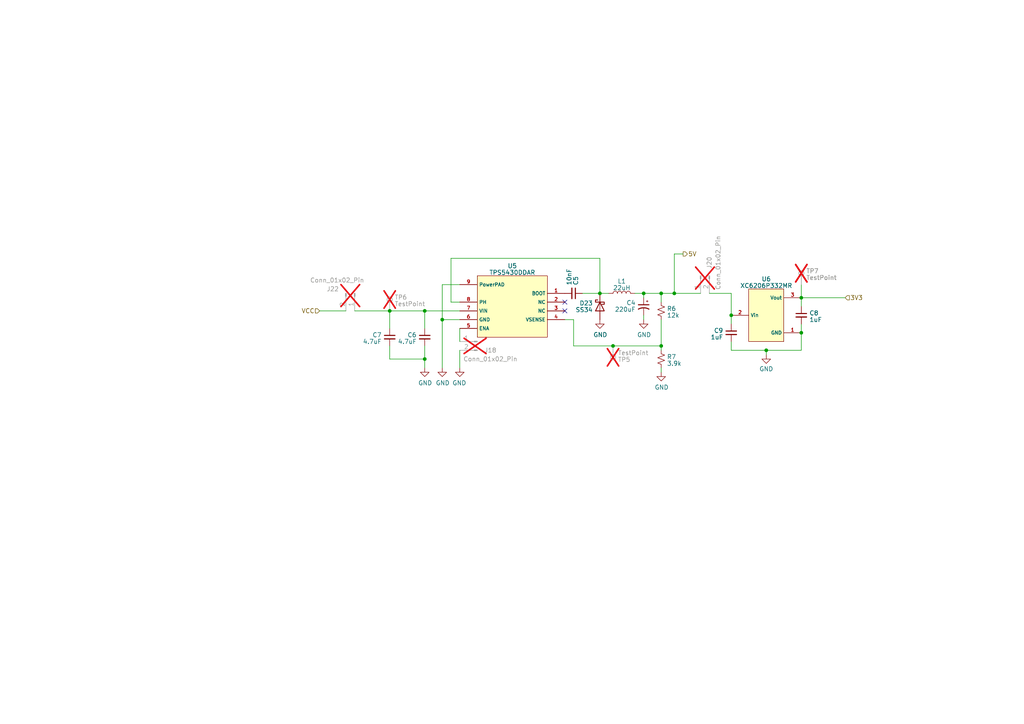
<source format=kicad_sch>
(kicad_sch (version 20230121) (generator eeschema)
  (paper "A4")
  (lib_symbols
    (symbol "Connector:Conn_01x02_Pin" (pin_names (offset 1.016) hide)
      (property "Reference" "J" (at 0 2.54 0))
      (property "Value" "Conn_01x02_Pin" (at 0 -5.08 0))
      (symbol "Conn_01x02_Pin_1_1"
        (polyline (pts (xy 1.27 -2.54) (xy 0.8636 -2.54)) (stroke (width 0.1524)))
        (polyline (pts (xy 1.27 0) (xy 0.8636 0)) (stroke (width 0.1524)))
        (rectangle (start 0.8636 -2.413) (end 0 -2.667) (stroke (width 0.1524)) (fill (type outline)))
        (rectangle (start 0.8636 0.127) (end 0 -0.127) (stroke (width 0.1524)) (fill (type outline)))
        (pin passive line (at 5.08 0 180) (length 3.81) (name "Pin_1") (number "1"))
        (pin passive line (at 5.08 -2.54 180) (length 3.81) (name "Pin_2") (number "2"))
      )
    )
    (symbol "Connector:TestPoint" (pin_numbers hide) (pin_names (offset 0.762) hide)
      (property "Reference" "TP" (at 0 6.858 0))
      (property "Value" "TestPoint" (at 0 5.08 0))
      (symbol "TestPoint_0_1"
        (circle (center 0 3.302) (radius 0.762))
      )
      (symbol "TestPoint_1_1"
        (pin passive line (at 0 0 90) (length 2.54) (name "1") (number "1"))
      )
    )
    (symbol "Device:C_Polarized_Small_US" (pin_numbers hide) (pin_names (offset 0.254) hide)
      (property "Reference" "C" (at 0.254 1.778 0))
      (property "Value" "C_Polarized_Small_US" (at 0.254 -2.032 0))
      (symbol "C_Polarized_Small_US_0_1"
        (polyline (pts (xy -1.524 0.508) (xy 1.524 0.508)) (stroke (width 0.3048)))
        (polyline (pts (xy -1.27 1.524) (xy -0.762 1.524)))
        (polyline (pts (xy -1.016 1.27) (xy -1.016 1.778)))
        (arc (start 1.524 -0.762) (mid 0 -0.3734) (end -1.524 -0.762) (stroke (width 0.3048)))
      )
      (symbol "C_Polarized_Small_US_1_1"
        (pin passive line (at 0 2.54 270) (length 2.032) (name "~") (number "1"))
        (pin passive line (at 0 -2.54 90) (length 2.032) (name "~") (number "2"))
      )
    )
    (symbol "Device:C_Small" (pin_numbers hide) (pin_names (offset 0.254) hide)
      (property "Reference" "C" (at 0.254 1.778 0))
      (property "Value" "C_Small" (at 0.254 -2.032 0))
      (symbol "C_Small_0_1"
        (polyline (pts (xy -1.524 -0.508) (xy 1.524 -0.508)) (stroke (width 0.3302)))
        (polyline (pts (xy -1.524 0.508) (xy 1.524 0.508)) (stroke (width 0.3048)))
      )
      (symbol "C_Small_1_1"
        (pin passive line (at 0 2.54 270) (length 2.032) (name "~") (number "1"))
        (pin passive line (at 0 -2.54 90) (length 2.032) (name "~") (number "2"))
      )
    )
    (symbol "Device:D_Schottky" (pin_numbers hide) (pin_names (offset 1.016) hide)
      (property "Reference" "D" (at 0 2.54 0))
      (property "Value" "D_Schottky" (at 0 -2.54 0))
      (symbol "D_Schottky_0_1"
        (polyline (pts (xy 1.27 0) (xy -1.27 0)))
        (polyline (pts (xy 1.27 1.27) (xy 1.27 -1.27) (xy -1.27 0) (xy 1.27 1.27)) (stroke (width 0.254)))
        (polyline (pts (xy -1.905 0.635) (xy -1.905 1.27) (xy -1.27 1.27) (xy -1.27 -1.27) (xy -0.635 -1.27) (xy -0.635 -0.635)) (stroke (width 0.254)))
      )
      (symbol "D_Schottky_1_1"
        (pin passive line (at -3.81 0 0) (length 2.54) (name "K") (number "1"))
        (pin passive line (at 3.81 0 180) (length 2.54) (name "A") (number "2"))
      )
    )
    (symbol "Device:L" (pin_numbers hide) (pin_names (offset 1.016) hide)
      (property "Reference" "L" (at -1.27 0 90))
      (property "Value" "L" (at 1.905 0 90))
      (symbol "L_0_1"
        (arc (start 0 -2.54) (mid 0.6323 -1.905) (end 0 -1.27))
        (arc (start 0 -1.27) (mid 0.6323 -0.635) (end 0 0))
        (arc (start 0 0) (mid 0.6323 0.635) (end 0 1.27))
        (arc (start 0 1.27) (mid 0.6323 1.905) (end 0 2.54))
      )
      (symbol "L_1_1"
        (pin passive line (at 0 3.81 270) (length 1.27) (name "1") (number "1"))
        (pin passive line (at 0 -3.81 90) (length 1.27) (name "2") (number "2"))
      )
    )
    (symbol "Device:R_Small_US" (pin_numbers hide) (pin_names (offset 0.254) hide)
      (property "Reference" "R" (at 0.762 0.508 0))
      (property "Value" "R_Small_US" (at 0.762 -1.016 0))
      (symbol "R_Small_US_1_1"
        (polyline (pts (xy 0 0) (xy 1.016 -0.381) (xy 0 -0.762) (xy -1.016 -1.143) (xy 0 -1.524)))
        (polyline (pts (xy 0 1.524) (xy 1.016 1.143) (xy 0 0.762) (xy -1.016 0.381) (xy 0 0)))
        (pin passive line (at 0 2.54 270) (length 1.016) (name "~") (number "1"))
        (pin passive line (at 0 -2.54 90) (length 1.016) (name "~") (number "2"))
      )
    )
    (symbol "EEE4022S:TPS5430DDAR"
      (property "Reference" "U" (at 0 1.27 0))
      (property "Value" "TPS5430DDAR" (at 0 -2.54 0))
      (symbol "TPS5430DDAR_0_1"
        (rectangle (start -10.16 8.89) (end 10.16 -8.89) (fill (type background)))
        (pin unspecified line (at -15.24 3.81 0) (length 5.08) (name "BOOT") (number "1"))
        (pin unspecified line (at -15.24 1.27 0) (length 5.08) (name "NC") (number "2"))
        (pin unspecified line (at -15.24 -1.27 0) (length 5.08) (name "NC") (number "3"))
        (pin unspecified line (at -15.24 -3.81 0) (length 5.08) (name "VSENSE") (number "4"))
        (pin unspecified line (at 15.24 -6.35 180) (length 5.08) (name "ENA") (number "5"))
        (pin unspecified line (at 15.24 -3.81 180) (length 5.08) (name "GND") (number "6"))
        (pin unspecified line (at 15.24 -1.27 180) (length 5.08) (name "VIN") (number "7"))
        (pin unspecified line (at 15.24 1.27 180) (length 5.08) (name "PH") (number "8"))
        (pin unspecified line (at 15.24 6.35 180) (length 5.08) (name "PowerPAD") (number "9"))
      )
    )
    (symbol "EEE4022S:XC6206P332MR"
      (property "Reference" "U" (at 0 11.43 0))
      (property "Value" "XC6206P332MR" (at 0 8.89 0))
      (symbol "XC6206P332MR_0_1"
        (rectangle (start -5.08 7.62) (end 5.08 -7.62) (fill (type background)))
        (pin unspecified line (at 10.16 -5.08 180) (length 5.08) (name "GND") (number "1"))
        (pin unspecified line (at -10.16 0 0) (length 5.08) (name "Vin") (number "2"))
        (pin unspecified line (at 10.16 5.08 180) (length 5.08) (name "Vout") (number "3"))
      )
    )
    (symbol "power:GND" (power) (pin_names (offset 0))
      (property "Value" "GND" (at 0 -3.81 0))
      (symbol "GND_0_1"
        (polyline (pts (xy 0 0) (xy 0 -1.27) (xy 1.27 -1.27) (xy 0 -2.54) (xy -1.27 -1.27) (xy 0 -1.27)))
      )
      (symbol "GND_1_1"
        (pin power_in line (at 0 0 270) (length 0) hide (name "GND") (number "1"))
      )
    )
  )
  (junction (at 173.99 85.09))
  (junction (at 191.77 100.33))
  (junction (at 123.19 104.14))
  (junction (at 113.03 90.17))
  (junction (at 191.77 85.09))
  (junction (at 232.41 96.52))
  (junction (at 222.25 101.6))
  (junction (at 177.8 100.33))
  (junction (at 186.69 85.09))
  (junction (at 212.09 91.44))
  (junction (at 128.27 92.71))
  (junction (at 195.58 85.09))
  (junction (at 123.19 90.17))
  (junction (at 232.41 86.36))
  (no_connect (at 163.83 87.63))
  (no_connect (at 163.83 90.17))
  (wire (pts (xy 123.19 104.14) (xy 113.03 104.14)))
  (wire (pts (xy 186.69 85.09) (xy 184.15 85.09)))
  (wire (pts (xy 232.41 82.55) (xy 232.41 86.36)))
  (wire (pts (xy 133.35 95.25) (xy 133.35 99.06)))
  (wire (pts (xy 133.35 82.55) (xy 128.27 82.55)))
  (wire (pts (xy 113.03 100.33) (xy 113.03 104.14)))
  (wire (pts (xy 166.37 100.33) (xy 166.37 92.71)))
  (wire (pts (xy 173.99 85.09) (xy 168.91 85.09)))
  (wire (pts (xy 177.8 100.33) (xy 166.37 100.33)))
  (wire (pts (xy 198.12 73.66) (xy 195.58 73.66)))
  (wire (pts (xy 92.71 90.17) (xy 100.33 90.17)))
  (wire (pts (xy 212.09 99.06) (xy 212.09 101.6)))
  (wire (pts (xy 191.77 92.71) (xy 191.77 100.33)))
  (wire (pts (xy 128.27 106.68) (xy 128.27 92.71)))
  (wire (pts (xy 123.19 104.14) (xy 123.19 100.33)))
  (wire (pts (xy 191.77 107.95) (xy 191.77 106.68)))
  (wire (pts (xy 232.41 86.36) (xy 245.11 86.36)))
  (wire (pts (xy 130.81 74.93) (xy 130.81 87.63)))
  (wire (pts (xy 133.35 90.17) (xy 123.19 90.17)))
  (wire (pts (xy 232.41 93.98) (xy 232.41 96.52)))
  (wire (pts (xy 222.25 101.6) (xy 222.25 102.87)))
  (wire (pts (xy 113.03 90.17) (xy 123.19 90.17)))
  (wire (pts (xy 102.87 90.17) (xy 113.03 90.17)))
  (wire (pts (xy 186.69 86.36) (xy 186.69 85.09)))
  (wire (pts (xy 166.37 92.71) (xy 163.83 92.71)))
  (wire (pts (xy 173.99 74.93) (xy 173.99 85.09)))
  (wire (pts (xy 186.69 85.09) (xy 191.77 85.09)))
  (wire (pts (xy 186.69 91.44) (xy 186.69 92.71)))
  (wire (pts (xy 191.77 87.63) (xy 191.77 85.09)))
  (wire (pts (xy 133.35 101.6) (xy 133.35 106.68)))
  (wire (pts (xy 191.77 100.33) (xy 177.8 100.33)))
  (wire (pts (xy 195.58 85.09) (xy 203.2 85.09)))
  (wire (pts (xy 113.03 90.17) (xy 113.03 95.25)))
  (wire (pts (xy 128.27 82.55) (xy 128.27 92.71)))
  (wire (pts (xy 212.09 93.98) (xy 212.09 91.44)))
  (wire (pts (xy 212.09 85.09) (xy 205.74 85.09)))
  (wire (pts (xy 133.35 87.63) (xy 130.81 87.63)))
  (wire (pts (xy 232.41 96.52) (xy 232.41 101.6)))
  (wire (pts (xy 123.19 104.14) (xy 123.19 106.68)))
  (wire (pts (xy 130.81 74.93) (xy 173.99 74.93)))
  (wire (pts (xy 212.09 85.09) (xy 212.09 91.44)))
  (wire (pts (xy 123.19 95.25) (xy 123.19 90.17)))
  (wire (pts (xy 232.41 86.36) (xy 232.41 88.9)))
  (wire (pts (xy 173.99 85.09) (xy 176.53 85.09)))
  (wire (pts (xy 133.35 92.71) (xy 128.27 92.71)))
  (wire (pts (xy 212.09 101.6) (xy 222.25 101.6)))
  (wire (pts (xy 191.77 100.33) (xy 191.77 101.6)))
  (wire (pts (xy 191.77 85.09) (xy 195.58 85.09)))
  (wire (pts (xy 222.25 101.6) (xy 232.41 101.6)))
  (wire (pts (xy 195.58 73.66) (xy 195.58 85.09)))
  (hierarchical_label "5V" (shape output) (at 198.12 73.66 0))
  (hierarchical_label "3V3" (shape input) (at 245.11 86.36 0))
  (hierarchical_label "VCC" (shape input) (at 92.71 90.17 180))
  (symbol (lib_id "power:GND") (at 128.27 106.68 0) (unit 1)
    (property "Reference" "#PWR015" (effects hide))
    (property "Value" "GND" (at 128.397 111.0742 0))
    (instances (project "Retro Display Module" (path "" (reference "#PWR015") (unit 1)) (path "" (reference "#PWR013") (unit 1))) (project "USB PD" (path "" (reference "#PWR011") (unit 1))) (project "IP2721-USB-C-breakout" (path "" (reference "#PWR0107") (unit 1))) (project "Panelised_PD+Display" (path "" (reference "#PWR035") (unit 1))))
  )
  (symbol (lib_id "Device:C_Small") (at 113.03 97.79 0) (mirror y) (unit 1)
    (property "Reference" "C7" (at 110.7059 97.1526 0) (effects (justify left)))
    (property "Value" "4.7uF" (at 110.7059 99.0736 0) (effects (justify left)))
    (property "Footprint" "Capacitor_SMD:C_0805_2012Metric" (effects hide))
    (property "LCSC" "C1779" (effects hide))
    (instances (project "Retro Display Module" (path "" (reference "C7") (unit 1)) (path "" (reference "C7") (unit 1))) (project "USB PD" (path "" (reference "C6") (unit 1))) (project "Panelised_PD+Display" (path "" (reference "C15") (unit 1))))
  )
  (symbol (lib_id "Device:C_Small") (at 232.41 91.44 0) (unit 1)
    (property "Reference" "C8" (at 234.7341 90.8026 0) (effects (justify left)))
    (property "Value" "1uF" (at 234.7341 92.7236 0) (effects (justify left)))
    (property "Footprint" "Capacitor_SMD:C_0603_1608Metric" (effects hide))
    (property "LCSC" "C15849" (effects hide))
    (instances (project "Retro Display Module" (path "" (reference "C8") (unit 1)) (path "" (reference "C12") (unit 1))) (project "USB PD" (path "" (reference "C2") (unit 1))) (project "Panelised_PD+Display" (path "" (reference "C20") (unit 1))))
  )
  (symbol (lib_id "Connector:TestPoint") (at 177.8 100.33 0) (mirror x) (unit 1) (in_bom no) (dnp yes)
    (property "Reference" "TP5" (at 179.197 104.2757 0) (effects (justify left)))
    (property "Value" "TestPoint" (at 179.197 102.3547 0) (effects (justify left)))
    (property "Footprint" "Library:TestPoint_THTPad_2.0x2.0mm_Drill1.0mm" (effects hide))
    (instances (project "Retro Display Module" (path "" (reference "TP5") (unit 1)) (path "" (reference "TP2") (unit 1))) (project "USB PD" (path "" (reference "TP3") (unit 1))) (project "Panelised_PD+Display" (path "" (reference "TP10") (unit 1))))
  )
  (symbol (lib_id "Device:R_Small_US") (at 191.77 104.14 0) (unit 1)
    (property "Reference" "R7" (at 193.421 103.4963 0) (effects (justify left)))
    (property "Value" "3.9k" (at 193.421 105.4173 0) (effects (justify left)))
    (property "Footprint" "Resistor_SMD:R_0603_1608Metric" (effects hide))
    (property "LCSC" "C23018" (effects hide))
    (instances (project "Retro Display Module" (path "" (reference "R7") (unit 1)) (path "" (reference "R15") (unit 1))) (project "USB PD" (path "" (reference "R5") (unit 1))) (project "Panelised_PD+Display" (path "" (reference "R54") (unit 1))))
  )
  (symbol (lib_id "Connector:TestPoint") (at 113.03 90.17 0) (unit 1) (in_bom no) (dnp yes)
    (property "Reference" "TP6" (at 114.427 86.2243 0) (effects (justify left)))
    (property "Value" "TestPoint" (at 114.427 88.1453 0) (effects (justify left)))
    (property "Footprint" "Library:TestPoint_THTPad_2.0x2.0mm_Drill1.0mm" (effects hide))
    (instances (project "Retro Display Module" (path "" (reference "TP6") (unit 1)) (path "" (reference "TP1") (unit 1))) (project "USB PD" (path "" (reference "TP5") (unit 1))) (project "Panelised_PD+Display" (path "" (reference "TP9") (unit 1))))
  )
  (symbol (lib_id "power:GND") (at 186.69 92.71 0) (unit 1)
    (property "Reference" "#PWR012" (effects hide))
    (property "Value" "GND" (at 186.817 97.1042 0))
    (instances (project "Retro Display Module" (path "" (reference "#PWR012") (unit 1)) (path "" (reference "#PWR016") (unit 1))) (project "USB PD" (path "" (reference "#PWR03") (unit 1))) (project "IP2721-USB-C-breakout" (path "" (reference "#PWR0107") (unit 1))) (project "Panelised_PD+Display" (path "" (reference "#PWR038") (unit 1))))
  )
  (symbol (lib_id "Connector:Conn_01x02_Pin") (at 138.43 99.06 0) (mirror y) (unit 1) (in_bom no) (dnp yes)
    (property "Reference" "J18" (at 142.24 101.6 0))
    (property "Value" "Conn_01x02_Pin" (at 142.24 104.14 0))
    (property "Footprint" "Connector_PinHeader_2.54mm:PinHeader_1x02_P2.54mm_Vertical" (effects hide))
    (instances (project "Retro Display Module" (path "" (reference "J18") (unit 1)) (path "" (reference "J23") (unit 1))) (project "USB PD" (path "" (reference "J9") (unit 1))) (project "Panelised_PD+Display" (path "" (reference "J46") (unit 1))))
  )
  (symbol (lib_id "Device:C_Polarized_Small_US") (at 186.69 88.9 0) (mirror y) (unit 1)
    (property "Reference" "C4" (at 184.3786 87.8245 0) (effects (justify left)))
    (property "Value" "220uF" (at 184.3786 89.7455 0) (effects (justify left)))
    (property "Footprint" "Library:CAP-SMD_L3.5-W2.8" (effects hide))
    (property "Datasheet" "https://wmsc.lcsc.com/wmsc/upload/file/pdf/v2/lcsc/2304140030_KEMET-T520B157M006ATE035_C212682.pdf" (effects hide))
    (property "LCSC" "C212682" (effects hide))
    (instances (project "Retro Display Module" (path "" (reference "C4") (unit 1)) (path "" (reference "C10") (unit 1))) (project "USB PD" (path "" (reference "C1") (unit 1))) (project "Panelised_PD+Display" (path "" (reference "C18") (unit 1))))
  )
  (symbol (lib_id "EEE4022S:TPS5430DDAR") (at 148.59 88.9 0) (mirror y) (unit 1)
    (property "Reference" "U5" (at 148.59 77.1271 0))
    (property "Value" "TPS5430DDAR" (at 148.59 79.0481 0))
    (property "Footprint" "Library:ESOP-8_L4.9-W3.9-P1.27-LS6.0-TL-EP" (effects hide))
    (property "Datasheet" "https://www.lcsc.com/datasheet/lcsc_datasheet_1811081920_Texas-Instruments-TPS5430DDAR_C9864.pdf" (effects hide))
    (property "LCSC" "C9864" (effects hide))
    (instances (project "Retro Display Module" (path "" (reference "U5") (unit 1)) (path "" (reference "U7") (unit 1))) (project "USB PD" (path "" (reference "U2") (unit 1))) (project "Panelised_PD+Display" (path "" (reference "U24") (unit 1))))
  )
  (symbol (lib_id "Device:D_Schottky") (at 173.99 88.9 90) (mirror x) (unit 1)
    (property "Reference" "D23" (at 171.958 87.9388 90) (effects (justify left)))
    (property "Value" "SS34" (at 171.958 89.8598 90) (effects (justify left)))
    (property "Footprint" "Library:SMA_L4.3-W2.6-LS5.2-RD" (effects hide))
    (property "LCSC" "C8678" (effects hide))
    (instances (project "Retro Display Module" (path "" (reference "D23") (unit 1)) (path "" (reference "D1") (unit 1))) (project "USB PD" (path "" (reference "D1") (unit 1))) (project "Panelised_PD+Display" (path "" (reference "D24") (unit 1))))
  )
  (symbol (lib_id "Device:R_Small_US") (at 191.77 90.17 0) (unit 1)
    (property "Reference" "R6" (at 193.421 89.5263 0) (effects (justify left)))
    (property "Value" "12k" (at 193.421 91.4473 0) (effects (justify left)))
    (property "Footprint" "Resistor_SMD:R_0603_1608Metric" (effects hide))
    (property "LCSC" "C22790" (effects hide))
    (instances (project "Retro Display Module" (path "" (reference "R6") (unit 1)) (path "" (reference "R14") (unit 1))) (project "USB PD" (path "" (reference "R4") (unit 1))) (project "Panelised_PD+Display" (path "" (reference "R53") (unit 1))))
  )
  (symbol (lib_id "power:GND") (at 191.77 107.95 0) (unit 1)
    (property "Reference" "#PWR011" (effects hide))
    (property "Value" "GND" (at 191.897 112.3442 0))
    (instances (project "Retro Display Module" (path "" (reference "#PWR011") (unit 1)) (path "" (reference "#PWR017") (unit 1))) (project "USB PD" (path "" (reference "#PWR013") (unit 1))) (project "IP2721-USB-C-breakout" (path "" (reference "#PWR0107") (unit 1))) (project "Panelised_PD+Display" (path "" (reference "#PWR039") (unit 1))))
  )
  (symbol (lib_id "power:GND") (at 123.19 106.68 0) (unit 1)
    (property "Reference" "#PWR016" (effects hide))
    (property "Value" "GND" (at 123.317 111.0742 0))
    (instances (project "Retro Display Module" (path "" (reference "#PWR016") (unit 1)) (path "" (reference "#PWR012") (unit 1))) (project "USB PD" (path "" (reference "#PWR013") (unit 1))) (project "IP2721-USB-C-breakout" (path "" (reference "#PWR0107") (unit 1))) (project "Panelised_PD+Display" (path "" (reference "#PWR034") (unit 1))))
  )
  (symbol (lib_id "Device:C_Small") (at 212.09 96.52 0) (mirror y) (unit 1)
    (property "Reference" "C9" (at 209.7659 95.8826 0) (effects (justify left)))
    (property "Value" "1uF" (at 209.7659 97.8036 0) (effects (justify left)))
    (property "Footprint" "Capacitor_SMD:C_0603_1608Metric" (effects hide))
    (property "LCSC" "C15849" (effects hide))
    (instances (project "Retro Display Module" (path "" (reference "C9") (unit 1)) (path "" (reference "C11") (unit 1))) (project "USB PD" (path "" (reference "C2") (unit 1))) (project "Panelised_PD+Display" (path "" (reference "C19") (unit 1))))
  )
  (symbol (lib_id "power:GND") (at 222.25 102.87 0) (unit 1)
    (property "Reference" "#PWR017" (effects hide))
    (property "Value" "GND" (at 222.25 107.0055 0))
    (instances (project "Retro Display Module" (path "" (reference "#PWR017") (unit 1)) (path "" (reference "#PWR018") (unit 1))) (project "Panelised_PD+Display" (path "" (reference "#PWR040") (unit 1))))
  )
  (symbol (lib_id "power:GND") (at 173.99 92.71 0) (unit 1)
    (property "Reference" "#PWR013" (effects hide))
    (property "Value" "GND" (at 174.117 97.1042 0))
    (instances (project "Retro Display Module" (path "" (reference "#PWR013") (unit 1)) (path "" (reference "#PWR015") (unit 1))) (project "USB PD" (path "" (reference "#PWR06") (unit 1))) (project "IP2721-USB-C-breakout" (path "" (reference "#PWR0107") (unit 1))) (project "Panelised_PD+Display" (path "" (reference "#PWR037") (unit 1))))
  )
  (symbol (lib_id "Connector:Conn_01x02_Pin") (at 102.87 85.09 270) (unit 1) (in_bom no) (dnp yes)
    (property "Reference" "J22" (at 96.52 83.82 90))
    (property "Value" "Conn_01x02_Pin" (at 97.79 81.28 90))
    (property "Footprint" "Connector_PinHeader_2.54mm:PinHeader_1x02_P2.54mm_Vertical" (effects hide))
    (instances (project "Retro Display Module" (path "" (reference "J22") (unit 1)) (path "" (reference "J22") (unit 1))) (project "USB PD" (path "" (reference "J9") (unit 1))) (project "Panelised_PD+Display" (path "" (reference "J45") (unit 1))))
  )
  (symbol (lib_id "Device:L") (at 180.34 85.09 90) (unit 1)
    (property "Reference" "L1" (at 180.34 81.5747 90))
    (property "Value" "22uH" (at 180.34 83.4957 90))
    (property "Footprint" "Library:IND-SMD_L7.3-W6.6_MHCI06030" (effects hide))
    (property "LCSC" "C128694" (effects hide))
    (instances (project "Retro Display Module" (path "" (reference "L1") (unit 1)) (path "" (reference "L1") (unit 1))) (project "USB PD" (path "" (reference "L1") (unit 1))) (project "Panelised_PD+Display" (path "" (reference "L2") (unit 1))))
  )
  (symbol (lib_id "EEE4022S:XC6206P332MR") (at 222.25 91.44 0) (unit 1)
    (property "Reference" "U6" (at 222.25 80.9371 0))
    (property "Value" "XC6206P332MR" (at 222.25 82.8581 0))
    (property "Footprint" "Library:XC6206" (effects hide))
    (property "Datasheet" "https://item.szlcsc.com/14454.html" (effects hide))
    (property "LCSC" "C5446" (effects hide))
    (instances (project "Retro Display Module" (path "" (reference "U6") (unit 1)) (path "" (reference "U8") (unit 1))) (project "Panelised_PD+Display" (path "" (reference "U25") (unit 1))))
  )
  (symbol (lib_id "Connector:Conn_01x02_Pin") (at 203.2 80.01 90) (mirror x) (unit 1) (in_bom no) (dnp yes)
    (property "Reference" "J20" (at 205.74 76.2 0))
    (property "Value" "Conn_01x02_Pin" (at 208.28 76.2 0))
    (property "Footprint" "Connector_PinHeader_2.54mm:PinHeader_1x02_P2.54mm_Vertical" (effects hide))
    (instances (project "Retro Display Module" (path "" (reference "J20") (unit 1)) (path "" (reference "J24") (unit 1))) (project "USB PD" (path "" (reference "J9") (unit 1))) (project "Panelised_PD+Display" (path "" (reference "J47") (unit 1))))
  )
  (symbol (lib_id "Device:C_Small") (at 123.19 97.79 0) (mirror y) (unit 1)
    (property "Reference" "C6" (at 120.8659 97.1526 0) (effects (justify left)))
    (property "Value" "4.7uF" (at 120.8659 99.0736 0) (effects (justify left)))
    (property "Footprint" "Capacitor_SMD:C_0805_2012Metric" (effects hide))
    (property "LCSC" "C1779" (effects hide))
    (instances (project "Retro Display Module" (path "" (reference "C6") (unit 1)) (path "" (reference "C8") (unit 1))) (project "USB PD" (path "" (reference "C5") (unit 1))) (project "Panelised_PD+Display" (path "" (reference "C16") (unit 1))))
  )
  (symbol (lib_id "Connector:TestPoint") (at 232.41 82.55 0) (unit 1) (in_bom no) (dnp yes)
    (property "Reference" "TP7" (at 233.807 78.6043 0) (effects (justify left)))
    (property "Value" "TestPoint" (at 233.807 80.5253 0) (effects (justify left)))
    (property "Footprint" "Library:TestPoint_THTPad_2.0x2.0mm_Drill1.0mm" (effects hide))
    (instances (project "Retro Display Module" (path "" (reference "TP7") (unit 1)) (path "" (reference "TP3") (unit 1))) (project "USB PD" (path "" (reference "TP1") (unit 1))) (project "Panelised_PD+Display" (path "" (reference "TP11") (unit 1))))
  )
  (symbol (lib_id "Device:C_Small") (at 166.37 85.09 270) (mirror x) (unit 1)
    (property "Reference" "C5" (at 167.0074 82.7659 0) (effects (justify left)))
    (property "Value" "10nF" (at 165.0864 82.7659 0) (effects (justify left)))
    (property "Footprint" "Capacitor_SMD:C_0805_2012Metric" (effects hide))
    (property "Datasheet" "https://wmsc.lcsc.com/wmsc/upload/file/pdf/v2/lcsc/2304140030_Samsung-Electro-Mechanics-CL05B104KO5NNNC_C1525.pdf" (effects hide))
    (property "LCSC" "C1710" (effects hide))
    (instances (project "Retro Display Module" (path "" (reference "C5") (unit 1)) (path "" (reference "C9") (unit 1))) (project "USB PD" (path "" (reference "C3") (unit 1))) (project "Panelised_PD+Display" (path "" (reference "C17") (unit 1))))
  )
  (symbol (lib_id "power:GND") (at 133.35 106.68 0) (mirror y) (unit 1)
    (property "Reference" "#PWR014" (effects hide))
    (property "Value" "GND" (at 133.223 111.0742 0))
    (instances (project "Retro Display Module" (path "" (reference "#PWR014") (unit 1)) (path "" (reference "#PWR014") (unit 1))) (project "USB PD" (path "" (reference "#PWR09") (unit 1))) (project "IP2721-USB-C-breakout" (path "" (reference "#PWR0107") (unit 1))) (project "Panelised_PD+Display" (path "" (reference "#PWR036") (unit 1))))
  )
)
</source>
